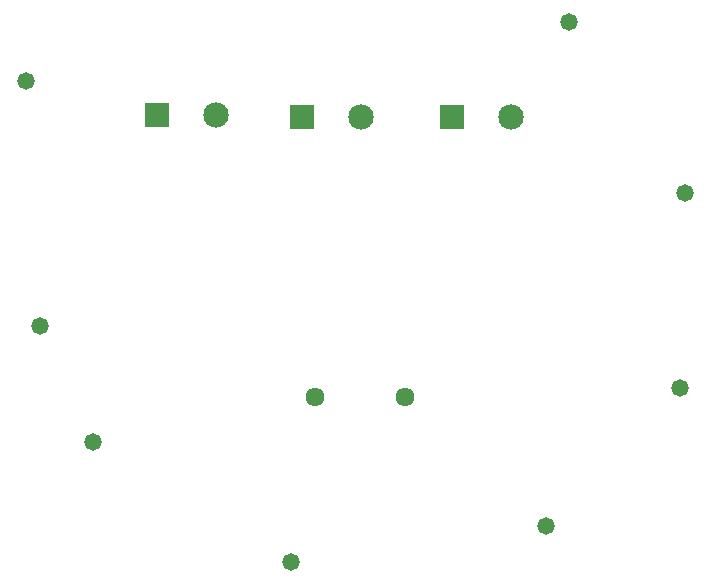
<source format=gbs>
G04*
G04 #@! TF.GenerationSoftware,Altium Limited,Altium Designer,21.7.2 (23)*
G04*
G04 Layer_Color=16711935*
%FSLAX25Y25*%
%MOIN*%
G70*
G04*
G04 #@! TF.SameCoordinates,14A67933-5EF9-4AFF-BA5B-A8FCC5FD6F51*
G04*
G04*
G04 #@! TF.FilePolarity,Negative*
G04*
G01*
G75*
%ADD32C,0.08477*%
%ADD33R,0.08477X0.08477*%
%ADD34C,0.06343*%
%ADD35C,0.05800*%
D32*
X263185Y410500D02*
D03*
X214843Y411000D02*
D03*
X313342Y410500D02*
D03*
D33*
X243500D02*
D03*
X195158Y411000D02*
D03*
X293657Y410500D02*
D03*
D34*
X248039Y317000D02*
D03*
X277961D02*
D03*
D35*
X151500Y422500D02*
D03*
X325000Y274000D02*
D03*
X369500Y320000D02*
D03*
X332500Y442000D02*
D03*
X371438Y385181D02*
D03*
X239886Y261972D02*
D03*
X174000Y302000D02*
D03*
X156331Y340890D02*
D03*
M02*

</source>
